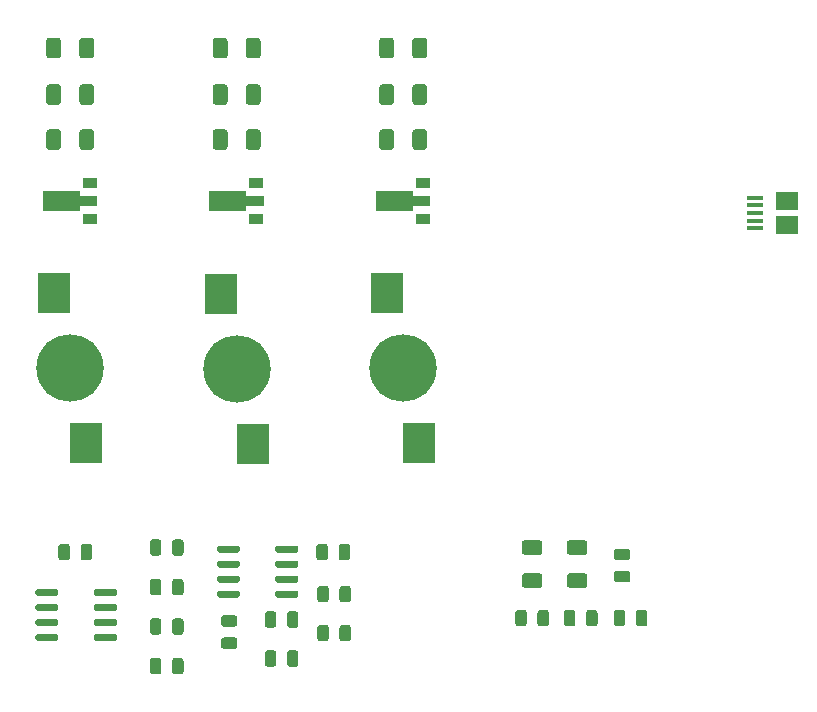
<source format=gbr>
G04 #@! TF.GenerationSoftware,KiCad,Pcbnew,(5.1.6)-1*
G04 #@! TF.CreationDate,2021-02-23T14:06:05-08:00*
G04 #@! TF.ProjectId,clap_detector,636c6170-5f64-4657-9465-63746f722e6b,rev?*
G04 #@! TF.SameCoordinates,Original*
G04 #@! TF.FileFunction,Paste,Top*
G04 #@! TF.FilePolarity,Positive*
%FSLAX46Y46*%
G04 Gerber Fmt 4.6, Leading zero omitted, Abs format (unit mm)*
G04 Created by KiCad (PCBNEW (5.1.6)-1) date 2021-02-23 14:06:05*
%MOMM*%
%LPD*%
G01*
G04 APERTURE LIST*
%ADD10C,5.700000*%
%ADD11R,2.700000X3.500000*%
%ADD12C,0.100000*%
%ADD13R,1.300000X0.900000*%
%ADD14R,1.900000X1.500000*%
%ADD15R,1.350000X0.400000*%
G04 APERTURE END LIST*
D10*
G04 #@! TO.C,D3*
X198628000Y-117221000D03*
D11*
X197278000Y-110871000D03*
X199978000Y-123571000D03*
G04 #@! TD*
D10*
G04 #@! TO.C,D2*
X184531000Y-117348000D03*
D11*
X183181000Y-110998000D03*
X185881000Y-123698000D03*
G04 #@! TD*
D10*
G04 #@! TO.C,D1*
X170434000Y-117221000D03*
D11*
X169084000Y-110871000D03*
X171784000Y-123571000D03*
G04 #@! TD*
G04 #@! TO.C,R16*
G36*
G01*
X179060500Y-142950250D02*
X179060500Y-142037750D01*
G75*
G02*
X179304250Y-141794000I243750J0D01*
G01*
X179791750Y-141794000D01*
G75*
G02*
X180035500Y-142037750I0J-243750D01*
G01*
X180035500Y-142950250D01*
G75*
G02*
X179791750Y-143194000I-243750J0D01*
G01*
X179304250Y-143194000D01*
G75*
G02*
X179060500Y-142950250I0J243750D01*
G01*
G37*
G36*
G01*
X177185500Y-142950250D02*
X177185500Y-142037750D01*
G75*
G02*
X177429250Y-141794000I243750J0D01*
G01*
X177916750Y-141794000D01*
G75*
G02*
X178160500Y-142037750I0J-243750D01*
G01*
X178160500Y-142950250D01*
G75*
G02*
X177916750Y-143194000I-243750J0D01*
G01*
X177429250Y-143194000D01*
G75*
G02*
X177185500Y-142950250I0J243750D01*
G01*
G37*
G04 #@! TD*
G04 #@! TO.C,U2*
G36*
G01*
X172442000Y-136421000D02*
X172442000Y-136121000D01*
G75*
G02*
X172592000Y-135971000I150000J0D01*
G01*
X174242000Y-135971000D01*
G75*
G02*
X174392000Y-136121000I0J-150000D01*
G01*
X174392000Y-136421000D01*
G75*
G02*
X174242000Y-136571000I-150000J0D01*
G01*
X172592000Y-136571000D01*
G75*
G02*
X172442000Y-136421000I0J150000D01*
G01*
G37*
G36*
G01*
X172442000Y-137691000D02*
X172442000Y-137391000D01*
G75*
G02*
X172592000Y-137241000I150000J0D01*
G01*
X174242000Y-137241000D01*
G75*
G02*
X174392000Y-137391000I0J-150000D01*
G01*
X174392000Y-137691000D01*
G75*
G02*
X174242000Y-137841000I-150000J0D01*
G01*
X172592000Y-137841000D01*
G75*
G02*
X172442000Y-137691000I0J150000D01*
G01*
G37*
G36*
G01*
X172442000Y-138961000D02*
X172442000Y-138661000D01*
G75*
G02*
X172592000Y-138511000I150000J0D01*
G01*
X174242000Y-138511000D01*
G75*
G02*
X174392000Y-138661000I0J-150000D01*
G01*
X174392000Y-138961000D01*
G75*
G02*
X174242000Y-139111000I-150000J0D01*
G01*
X172592000Y-139111000D01*
G75*
G02*
X172442000Y-138961000I0J150000D01*
G01*
G37*
G36*
G01*
X172442000Y-140231000D02*
X172442000Y-139931000D01*
G75*
G02*
X172592000Y-139781000I150000J0D01*
G01*
X174242000Y-139781000D01*
G75*
G02*
X174392000Y-139931000I0J-150000D01*
G01*
X174392000Y-140231000D01*
G75*
G02*
X174242000Y-140381000I-150000J0D01*
G01*
X172592000Y-140381000D01*
G75*
G02*
X172442000Y-140231000I0J150000D01*
G01*
G37*
G36*
G01*
X167492000Y-140231000D02*
X167492000Y-139931000D01*
G75*
G02*
X167642000Y-139781000I150000J0D01*
G01*
X169292000Y-139781000D01*
G75*
G02*
X169442000Y-139931000I0J-150000D01*
G01*
X169442000Y-140231000D01*
G75*
G02*
X169292000Y-140381000I-150000J0D01*
G01*
X167642000Y-140381000D01*
G75*
G02*
X167492000Y-140231000I0J150000D01*
G01*
G37*
G36*
G01*
X167492000Y-138961000D02*
X167492000Y-138661000D01*
G75*
G02*
X167642000Y-138511000I150000J0D01*
G01*
X169292000Y-138511000D01*
G75*
G02*
X169442000Y-138661000I0J-150000D01*
G01*
X169442000Y-138961000D01*
G75*
G02*
X169292000Y-139111000I-150000J0D01*
G01*
X167642000Y-139111000D01*
G75*
G02*
X167492000Y-138961000I0J150000D01*
G01*
G37*
G36*
G01*
X167492000Y-137691000D02*
X167492000Y-137391000D01*
G75*
G02*
X167642000Y-137241000I150000J0D01*
G01*
X169292000Y-137241000D01*
G75*
G02*
X169442000Y-137391000I0J-150000D01*
G01*
X169442000Y-137691000D01*
G75*
G02*
X169292000Y-137841000I-150000J0D01*
G01*
X167642000Y-137841000D01*
G75*
G02*
X167492000Y-137691000I0J150000D01*
G01*
G37*
G36*
G01*
X167492000Y-136421000D02*
X167492000Y-136121000D01*
G75*
G02*
X167642000Y-135971000I150000J0D01*
G01*
X169292000Y-135971000D01*
G75*
G02*
X169442000Y-136121000I0J-150000D01*
G01*
X169442000Y-136421000D01*
G75*
G02*
X169292000Y-136571000I-150000J0D01*
G01*
X167642000Y-136571000D01*
G75*
G02*
X167492000Y-136421000I0J150000D01*
G01*
G37*
G04 #@! TD*
G04 #@! TO.C,U1*
G36*
G01*
X187809000Y-132738000D02*
X187809000Y-132438000D01*
G75*
G02*
X187959000Y-132288000I150000J0D01*
G01*
X189609000Y-132288000D01*
G75*
G02*
X189759000Y-132438000I0J-150000D01*
G01*
X189759000Y-132738000D01*
G75*
G02*
X189609000Y-132888000I-150000J0D01*
G01*
X187959000Y-132888000D01*
G75*
G02*
X187809000Y-132738000I0J150000D01*
G01*
G37*
G36*
G01*
X187809000Y-134008000D02*
X187809000Y-133708000D01*
G75*
G02*
X187959000Y-133558000I150000J0D01*
G01*
X189609000Y-133558000D01*
G75*
G02*
X189759000Y-133708000I0J-150000D01*
G01*
X189759000Y-134008000D01*
G75*
G02*
X189609000Y-134158000I-150000J0D01*
G01*
X187959000Y-134158000D01*
G75*
G02*
X187809000Y-134008000I0J150000D01*
G01*
G37*
G36*
G01*
X187809000Y-135278000D02*
X187809000Y-134978000D01*
G75*
G02*
X187959000Y-134828000I150000J0D01*
G01*
X189609000Y-134828000D01*
G75*
G02*
X189759000Y-134978000I0J-150000D01*
G01*
X189759000Y-135278000D01*
G75*
G02*
X189609000Y-135428000I-150000J0D01*
G01*
X187959000Y-135428000D01*
G75*
G02*
X187809000Y-135278000I0J150000D01*
G01*
G37*
G36*
G01*
X187809000Y-136548000D02*
X187809000Y-136248000D01*
G75*
G02*
X187959000Y-136098000I150000J0D01*
G01*
X189609000Y-136098000D01*
G75*
G02*
X189759000Y-136248000I0J-150000D01*
G01*
X189759000Y-136548000D01*
G75*
G02*
X189609000Y-136698000I-150000J0D01*
G01*
X187959000Y-136698000D01*
G75*
G02*
X187809000Y-136548000I0J150000D01*
G01*
G37*
G36*
G01*
X182859000Y-136548000D02*
X182859000Y-136248000D01*
G75*
G02*
X183009000Y-136098000I150000J0D01*
G01*
X184659000Y-136098000D01*
G75*
G02*
X184809000Y-136248000I0J-150000D01*
G01*
X184809000Y-136548000D01*
G75*
G02*
X184659000Y-136698000I-150000J0D01*
G01*
X183009000Y-136698000D01*
G75*
G02*
X182859000Y-136548000I0J150000D01*
G01*
G37*
G36*
G01*
X182859000Y-135278000D02*
X182859000Y-134978000D01*
G75*
G02*
X183009000Y-134828000I150000J0D01*
G01*
X184659000Y-134828000D01*
G75*
G02*
X184809000Y-134978000I0J-150000D01*
G01*
X184809000Y-135278000D01*
G75*
G02*
X184659000Y-135428000I-150000J0D01*
G01*
X183009000Y-135428000D01*
G75*
G02*
X182859000Y-135278000I0J150000D01*
G01*
G37*
G36*
G01*
X182859000Y-134008000D02*
X182859000Y-133708000D01*
G75*
G02*
X183009000Y-133558000I150000J0D01*
G01*
X184659000Y-133558000D01*
G75*
G02*
X184809000Y-133708000I0J-150000D01*
G01*
X184809000Y-134008000D01*
G75*
G02*
X184659000Y-134158000I-150000J0D01*
G01*
X183009000Y-134158000D01*
G75*
G02*
X182859000Y-134008000I0J150000D01*
G01*
G37*
G36*
G01*
X182859000Y-132738000D02*
X182859000Y-132438000D01*
G75*
G02*
X183009000Y-132288000I150000J0D01*
G01*
X184659000Y-132288000D01*
G75*
G02*
X184809000Y-132438000I0J-150000D01*
G01*
X184809000Y-132738000D01*
G75*
G02*
X184659000Y-132888000I-150000J0D01*
G01*
X183009000Y-132888000D01*
G75*
G02*
X182859000Y-132738000I0J150000D01*
G01*
G37*
G04 #@! TD*
G04 #@! TO.C,R15*
G36*
G01*
X197853000Y-89545000D02*
X197853000Y-90795000D01*
G75*
G02*
X197603000Y-91045000I-250000J0D01*
G01*
X196853000Y-91045000D01*
G75*
G02*
X196603000Y-90795000I0J250000D01*
G01*
X196603000Y-89545000D01*
G75*
G02*
X196853000Y-89295000I250000J0D01*
G01*
X197603000Y-89295000D01*
G75*
G02*
X197853000Y-89545000I0J-250000D01*
G01*
G37*
G36*
G01*
X200653000Y-89545000D02*
X200653000Y-90795000D01*
G75*
G02*
X200403000Y-91045000I-250000J0D01*
G01*
X199653000Y-91045000D01*
G75*
G02*
X199403000Y-90795000I0J250000D01*
G01*
X199403000Y-89545000D01*
G75*
G02*
X199653000Y-89295000I250000J0D01*
G01*
X200403000Y-89295000D01*
G75*
G02*
X200653000Y-89545000I0J-250000D01*
G01*
G37*
G04 #@! TD*
G04 #@! TO.C,R14*
G36*
G01*
X197853000Y-93482000D02*
X197853000Y-94732000D01*
G75*
G02*
X197603000Y-94982000I-250000J0D01*
G01*
X196853000Y-94982000D01*
G75*
G02*
X196603000Y-94732000I0J250000D01*
G01*
X196603000Y-93482000D01*
G75*
G02*
X196853000Y-93232000I250000J0D01*
G01*
X197603000Y-93232000D01*
G75*
G02*
X197853000Y-93482000I0J-250000D01*
G01*
G37*
G36*
G01*
X200653000Y-93482000D02*
X200653000Y-94732000D01*
G75*
G02*
X200403000Y-94982000I-250000J0D01*
G01*
X199653000Y-94982000D01*
G75*
G02*
X199403000Y-94732000I0J250000D01*
G01*
X199403000Y-93482000D01*
G75*
G02*
X199653000Y-93232000I250000J0D01*
G01*
X200403000Y-93232000D01*
G75*
G02*
X200653000Y-93482000I0J-250000D01*
G01*
G37*
G04 #@! TD*
G04 #@! TO.C,R13*
G36*
G01*
X197853000Y-97292000D02*
X197853000Y-98542000D01*
G75*
G02*
X197603000Y-98792000I-250000J0D01*
G01*
X196853000Y-98792000D01*
G75*
G02*
X196603000Y-98542000I0J250000D01*
G01*
X196603000Y-97292000D01*
G75*
G02*
X196853000Y-97042000I250000J0D01*
G01*
X197603000Y-97042000D01*
G75*
G02*
X197853000Y-97292000I0J-250000D01*
G01*
G37*
G36*
G01*
X200653000Y-97292000D02*
X200653000Y-98542000D01*
G75*
G02*
X200403000Y-98792000I-250000J0D01*
G01*
X199653000Y-98792000D01*
G75*
G02*
X199403000Y-98542000I0J250000D01*
G01*
X199403000Y-97292000D01*
G75*
G02*
X199653000Y-97042000I250000J0D01*
G01*
X200403000Y-97042000D01*
G75*
G02*
X200653000Y-97292000I0J-250000D01*
G01*
G37*
G04 #@! TD*
G04 #@! TO.C,R12*
G36*
G01*
X183756000Y-89545000D02*
X183756000Y-90795000D01*
G75*
G02*
X183506000Y-91045000I-250000J0D01*
G01*
X182756000Y-91045000D01*
G75*
G02*
X182506000Y-90795000I0J250000D01*
G01*
X182506000Y-89545000D01*
G75*
G02*
X182756000Y-89295000I250000J0D01*
G01*
X183506000Y-89295000D01*
G75*
G02*
X183756000Y-89545000I0J-250000D01*
G01*
G37*
G36*
G01*
X186556000Y-89545000D02*
X186556000Y-90795000D01*
G75*
G02*
X186306000Y-91045000I-250000J0D01*
G01*
X185556000Y-91045000D01*
G75*
G02*
X185306000Y-90795000I0J250000D01*
G01*
X185306000Y-89545000D01*
G75*
G02*
X185556000Y-89295000I250000J0D01*
G01*
X186306000Y-89295000D01*
G75*
G02*
X186556000Y-89545000I0J-250000D01*
G01*
G37*
G04 #@! TD*
G04 #@! TO.C,R11*
G36*
G01*
X183756000Y-93482000D02*
X183756000Y-94732000D01*
G75*
G02*
X183506000Y-94982000I-250000J0D01*
G01*
X182756000Y-94982000D01*
G75*
G02*
X182506000Y-94732000I0J250000D01*
G01*
X182506000Y-93482000D01*
G75*
G02*
X182756000Y-93232000I250000J0D01*
G01*
X183506000Y-93232000D01*
G75*
G02*
X183756000Y-93482000I0J-250000D01*
G01*
G37*
G36*
G01*
X186556000Y-93482000D02*
X186556000Y-94732000D01*
G75*
G02*
X186306000Y-94982000I-250000J0D01*
G01*
X185556000Y-94982000D01*
G75*
G02*
X185306000Y-94732000I0J250000D01*
G01*
X185306000Y-93482000D01*
G75*
G02*
X185556000Y-93232000I250000J0D01*
G01*
X186306000Y-93232000D01*
G75*
G02*
X186556000Y-93482000I0J-250000D01*
G01*
G37*
G04 #@! TD*
G04 #@! TO.C,R10*
G36*
G01*
X183756000Y-97292000D02*
X183756000Y-98542000D01*
G75*
G02*
X183506000Y-98792000I-250000J0D01*
G01*
X182756000Y-98792000D01*
G75*
G02*
X182506000Y-98542000I0J250000D01*
G01*
X182506000Y-97292000D01*
G75*
G02*
X182756000Y-97042000I250000J0D01*
G01*
X183506000Y-97042000D01*
G75*
G02*
X183756000Y-97292000I0J-250000D01*
G01*
G37*
G36*
G01*
X186556000Y-97292000D02*
X186556000Y-98542000D01*
G75*
G02*
X186306000Y-98792000I-250000J0D01*
G01*
X185556000Y-98792000D01*
G75*
G02*
X185306000Y-98542000I0J250000D01*
G01*
X185306000Y-97292000D01*
G75*
G02*
X185556000Y-97042000I250000J0D01*
G01*
X186306000Y-97042000D01*
G75*
G02*
X186556000Y-97292000I0J-250000D01*
G01*
G37*
G04 #@! TD*
G04 #@! TO.C,R9*
G36*
G01*
X169659000Y-89545000D02*
X169659000Y-90795000D01*
G75*
G02*
X169409000Y-91045000I-250000J0D01*
G01*
X168659000Y-91045000D01*
G75*
G02*
X168409000Y-90795000I0J250000D01*
G01*
X168409000Y-89545000D01*
G75*
G02*
X168659000Y-89295000I250000J0D01*
G01*
X169409000Y-89295000D01*
G75*
G02*
X169659000Y-89545000I0J-250000D01*
G01*
G37*
G36*
G01*
X172459000Y-89545000D02*
X172459000Y-90795000D01*
G75*
G02*
X172209000Y-91045000I-250000J0D01*
G01*
X171459000Y-91045000D01*
G75*
G02*
X171209000Y-90795000I0J250000D01*
G01*
X171209000Y-89545000D01*
G75*
G02*
X171459000Y-89295000I250000J0D01*
G01*
X172209000Y-89295000D01*
G75*
G02*
X172459000Y-89545000I0J-250000D01*
G01*
G37*
G04 #@! TD*
G04 #@! TO.C,R8*
G36*
G01*
X169659000Y-93482000D02*
X169659000Y-94732000D01*
G75*
G02*
X169409000Y-94982000I-250000J0D01*
G01*
X168659000Y-94982000D01*
G75*
G02*
X168409000Y-94732000I0J250000D01*
G01*
X168409000Y-93482000D01*
G75*
G02*
X168659000Y-93232000I250000J0D01*
G01*
X169409000Y-93232000D01*
G75*
G02*
X169659000Y-93482000I0J-250000D01*
G01*
G37*
G36*
G01*
X172459000Y-93482000D02*
X172459000Y-94732000D01*
G75*
G02*
X172209000Y-94982000I-250000J0D01*
G01*
X171459000Y-94982000D01*
G75*
G02*
X171209000Y-94732000I0J250000D01*
G01*
X171209000Y-93482000D01*
G75*
G02*
X171459000Y-93232000I250000J0D01*
G01*
X172209000Y-93232000D01*
G75*
G02*
X172459000Y-93482000I0J-250000D01*
G01*
G37*
G04 #@! TD*
G04 #@! TO.C,R7*
G36*
G01*
X169659000Y-97292000D02*
X169659000Y-98542000D01*
G75*
G02*
X169409000Y-98792000I-250000J0D01*
G01*
X168659000Y-98792000D01*
G75*
G02*
X168409000Y-98542000I0J250000D01*
G01*
X168409000Y-97292000D01*
G75*
G02*
X168659000Y-97042000I250000J0D01*
G01*
X169409000Y-97042000D01*
G75*
G02*
X169659000Y-97292000I0J-250000D01*
G01*
G37*
G36*
G01*
X172459000Y-97292000D02*
X172459000Y-98542000D01*
G75*
G02*
X172209000Y-98792000I-250000J0D01*
G01*
X171459000Y-98792000D01*
G75*
G02*
X171209000Y-98542000I0J250000D01*
G01*
X171209000Y-97292000D01*
G75*
G02*
X171459000Y-97042000I250000J0D01*
G01*
X172209000Y-97042000D01*
G75*
G02*
X172459000Y-97292000I0J-250000D01*
G01*
G37*
G04 #@! TD*
G04 #@! TO.C,R6*
G36*
G01*
X192257500Y-132385750D02*
X192257500Y-133298250D01*
G75*
G02*
X192013750Y-133542000I-243750J0D01*
G01*
X191526250Y-133542000D01*
G75*
G02*
X191282500Y-133298250I0J243750D01*
G01*
X191282500Y-132385750D01*
G75*
G02*
X191526250Y-132142000I243750J0D01*
G01*
X192013750Y-132142000D01*
G75*
G02*
X192257500Y-132385750I0J-243750D01*
G01*
G37*
G36*
G01*
X194132500Y-132385750D02*
X194132500Y-133298250D01*
G75*
G02*
X193888750Y-133542000I-243750J0D01*
G01*
X193401250Y-133542000D01*
G75*
G02*
X193157500Y-133298250I0J243750D01*
G01*
X193157500Y-132385750D01*
G75*
G02*
X193401250Y-132142000I243750J0D01*
G01*
X193888750Y-132142000D01*
G75*
G02*
X194132500Y-132385750I0J-243750D01*
G01*
G37*
G04 #@! TD*
G04 #@! TO.C,R5*
G36*
G01*
X178160500Y-138693416D02*
X178160500Y-139605916D01*
G75*
G02*
X177916750Y-139849666I-243750J0D01*
G01*
X177429250Y-139849666D01*
G75*
G02*
X177185500Y-139605916I0J243750D01*
G01*
X177185500Y-138693416D01*
G75*
G02*
X177429250Y-138449666I243750J0D01*
G01*
X177916750Y-138449666D01*
G75*
G02*
X178160500Y-138693416I0J-243750D01*
G01*
G37*
G36*
G01*
X180035500Y-138693416D02*
X180035500Y-139605916D01*
G75*
G02*
X179791750Y-139849666I-243750J0D01*
G01*
X179304250Y-139849666D01*
G75*
G02*
X179060500Y-139605916I0J243750D01*
G01*
X179060500Y-138693416D01*
G75*
G02*
X179304250Y-138449666I243750J0D01*
G01*
X179791750Y-138449666D01*
G75*
G02*
X180035500Y-138693416I0J-243750D01*
G01*
G37*
G04 #@! TD*
G04 #@! TO.C,R4*
G36*
G01*
X178160500Y-135349083D02*
X178160500Y-136261583D01*
G75*
G02*
X177916750Y-136505333I-243750J0D01*
G01*
X177429250Y-136505333D01*
G75*
G02*
X177185500Y-136261583I0J243750D01*
G01*
X177185500Y-135349083D01*
G75*
G02*
X177429250Y-135105333I243750J0D01*
G01*
X177916750Y-135105333D01*
G75*
G02*
X178160500Y-135349083I0J-243750D01*
G01*
G37*
G36*
G01*
X180035500Y-135349083D02*
X180035500Y-136261583D01*
G75*
G02*
X179791750Y-136505333I-243750J0D01*
G01*
X179304250Y-136505333D01*
G75*
G02*
X179060500Y-136261583I0J243750D01*
G01*
X179060500Y-135349083D01*
G75*
G02*
X179304250Y-135105333I243750J0D01*
G01*
X179791750Y-135105333D01*
G75*
G02*
X180035500Y-135349083I0J-243750D01*
G01*
G37*
G04 #@! TD*
G04 #@! TO.C,R3*
G36*
G01*
X187891000Y-141402750D02*
X187891000Y-142315250D01*
G75*
G02*
X187647250Y-142559000I-243750J0D01*
G01*
X187159750Y-142559000D01*
G75*
G02*
X186916000Y-142315250I0J243750D01*
G01*
X186916000Y-141402750D01*
G75*
G02*
X187159750Y-141159000I243750J0D01*
G01*
X187647250Y-141159000D01*
G75*
G02*
X187891000Y-141402750I0J-243750D01*
G01*
G37*
G36*
G01*
X189766000Y-141402750D02*
X189766000Y-142315250D01*
G75*
G02*
X189522250Y-142559000I-243750J0D01*
G01*
X189034750Y-142559000D01*
G75*
G02*
X188791000Y-142315250I0J243750D01*
G01*
X188791000Y-141402750D01*
G75*
G02*
X189034750Y-141159000I243750J0D01*
G01*
X189522250Y-141159000D01*
G75*
G02*
X189766000Y-141402750I0J-243750D01*
G01*
G37*
G04 #@! TD*
G04 #@! TO.C,R2*
G36*
G01*
X188791000Y-139013250D02*
X188791000Y-138100750D01*
G75*
G02*
X189034750Y-137857000I243750J0D01*
G01*
X189522250Y-137857000D01*
G75*
G02*
X189766000Y-138100750I0J-243750D01*
G01*
X189766000Y-139013250D01*
G75*
G02*
X189522250Y-139257000I-243750J0D01*
G01*
X189034750Y-139257000D01*
G75*
G02*
X188791000Y-139013250I0J243750D01*
G01*
G37*
G36*
G01*
X186916000Y-139013250D02*
X186916000Y-138100750D01*
G75*
G02*
X187159750Y-137857000I243750J0D01*
G01*
X187647250Y-137857000D01*
G75*
G02*
X187891000Y-138100750I0J-243750D01*
G01*
X187891000Y-139013250D01*
G75*
G02*
X187647250Y-139257000I-243750J0D01*
G01*
X187159750Y-139257000D01*
G75*
G02*
X186916000Y-139013250I0J243750D01*
G01*
G37*
G04 #@! TD*
G04 #@! TO.C,R1*
G36*
G01*
X209100000Y-137973750D02*
X209100000Y-138886250D01*
G75*
G02*
X208856250Y-139130000I-243750J0D01*
G01*
X208368750Y-139130000D01*
G75*
G02*
X208125000Y-138886250I0J243750D01*
G01*
X208125000Y-137973750D01*
G75*
G02*
X208368750Y-137730000I243750J0D01*
G01*
X208856250Y-137730000D01*
G75*
G02*
X209100000Y-137973750I0J-243750D01*
G01*
G37*
G36*
G01*
X210975000Y-137973750D02*
X210975000Y-138886250D01*
G75*
G02*
X210731250Y-139130000I-243750J0D01*
G01*
X210243750Y-139130000D01*
G75*
G02*
X210000000Y-138886250I0J243750D01*
G01*
X210000000Y-137973750D01*
G75*
G02*
X210243750Y-137730000I243750J0D01*
G01*
X210731250Y-137730000D01*
G75*
G02*
X210975000Y-137973750I0J-243750D01*
G01*
G37*
G04 #@! TD*
D12*
G04 #@! TO.C,Q3*
G36*
X196328000Y-102257500D02*
G01*
X199453000Y-102257500D01*
X199453000Y-102674000D01*
X200928000Y-102674000D01*
X200928000Y-103574000D01*
X199453000Y-103574000D01*
X199453000Y-103990500D01*
X196328000Y-103990500D01*
X196328000Y-102257500D01*
G37*
D13*
X200278000Y-101624000D03*
X200278000Y-104624000D03*
G04 #@! TD*
D12*
G04 #@! TO.C,Q2*
G36*
X182231000Y-102257500D02*
G01*
X185356000Y-102257500D01*
X185356000Y-102674000D01*
X186831000Y-102674000D01*
X186831000Y-103574000D01*
X185356000Y-103574000D01*
X185356000Y-103990500D01*
X182231000Y-103990500D01*
X182231000Y-102257500D01*
G37*
D13*
X186181000Y-101624000D03*
X186181000Y-104624000D03*
G04 #@! TD*
G04 #@! TO.C,Q1*
X172084000Y-104624000D03*
X172084000Y-101624000D03*
D12*
G36*
X168134000Y-102257500D02*
G01*
X171259000Y-102257500D01*
X171259000Y-102674000D01*
X172734000Y-102674000D01*
X172734000Y-103574000D01*
X171259000Y-103574000D01*
X171259000Y-103990500D01*
X168134000Y-103990500D01*
X168134000Y-102257500D01*
G37*
G04 #@! TD*
G04 #@! TO.C,L2*
G36*
G01*
X213212500Y-137973750D02*
X213212500Y-138886250D01*
G75*
G02*
X212968750Y-139130000I-243750J0D01*
G01*
X212481250Y-139130000D01*
G75*
G02*
X212237500Y-138886250I0J243750D01*
G01*
X212237500Y-137973750D01*
G75*
G02*
X212481250Y-137730000I243750J0D01*
G01*
X212968750Y-137730000D01*
G75*
G02*
X213212500Y-137973750I0J-243750D01*
G01*
G37*
G36*
G01*
X215087500Y-137973750D02*
X215087500Y-138886250D01*
G75*
G02*
X214843750Y-139130000I-243750J0D01*
G01*
X214356250Y-139130000D01*
G75*
G02*
X214112500Y-138886250I0J243750D01*
G01*
X214112500Y-137973750D01*
G75*
G02*
X214356250Y-137730000I243750J0D01*
G01*
X214843750Y-137730000D01*
G75*
G02*
X215087500Y-137973750I0J-243750D01*
G01*
G37*
G04 #@! TD*
G04 #@! TO.C,L1*
G36*
G01*
X217433500Y-137973750D02*
X217433500Y-138886250D01*
G75*
G02*
X217189750Y-139130000I-243750J0D01*
G01*
X216702250Y-139130000D01*
G75*
G02*
X216458500Y-138886250I0J243750D01*
G01*
X216458500Y-137973750D01*
G75*
G02*
X216702250Y-137730000I243750J0D01*
G01*
X217189750Y-137730000D01*
G75*
G02*
X217433500Y-137973750I0J-243750D01*
G01*
G37*
G36*
G01*
X219308500Y-137973750D02*
X219308500Y-138886250D01*
G75*
G02*
X219064750Y-139130000I-243750J0D01*
G01*
X218577250Y-139130000D01*
G75*
G02*
X218333500Y-138886250I0J243750D01*
G01*
X218333500Y-137973750D01*
G75*
G02*
X218577250Y-137730000I243750J0D01*
G01*
X219064750Y-137730000D01*
G75*
G02*
X219308500Y-137973750I0J-243750D01*
G01*
G37*
G04 #@! TD*
D14*
G04 #@! TO.C,J1*
X231107500Y-105140000D03*
D15*
X228407500Y-104140000D03*
X228407500Y-103490000D03*
X228407500Y-102840000D03*
X228407500Y-105440000D03*
X228407500Y-104790000D03*
D14*
X231107500Y-103140000D03*
G04 #@! TD*
G04 #@! TO.C,C9*
G36*
G01*
X192336000Y-135941750D02*
X192336000Y-136854250D01*
G75*
G02*
X192092250Y-137098000I-243750J0D01*
G01*
X191604750Y-137098000D01*
G75*
G02*
X191361000Y-136854250I0J243750D01*
G01*
X191361000Y-135941750D01*
G75*
G02*
X191604750Y-135698000I243750J0D01*
G01*
X192092250Y-135698000D01*
G75*
G02*
X192336000Y-135941750I0J-243750D01*
G01*
G37*
G36*
G01*
X194211000Y-135941750D02*
X194211000Y-136854250D01*
G75*
G02*
X193967250Y-137098000I-243750J0D01*
G01*
X193479750Y-137098000D01*
G75*
G02*
X193236000Y-136854250I0J243750D01*
G01*
X193236000Y-135941750D01*
G75*
G02*
X193479750Y-135698000I243750J0D01*
G01*
X193967250Y-135698000D01*
G75*
G02*
X194211000Y-135941750I0J-243750D01*
G01*
G37*
G04 #@! TD*
G04 #@! TO.C,C8*
G36*
G01*
X170413500Y-132385750D02*
X170413500Y-133298250D01*
G75*
G02*
X170169750Y-133542000I-243750J0D01*
G01*
X169682250Y-133542000D01*
G75*
G02*
X169438500Y-133298250I0J243750D01*
G01*
X169438500Y-132385750D01*
G75*
G02*
X169682250Y-132142000I243750J0D01*
G01*
X170169750Y-132142000D01*
G75*
G02*
X170413500Y-132385750I0J-243750D01*
G01*
G37*
G36*
G01*
X172288500Y-132385750D02*
X172288500Y-133298250D01*
G75*
G02*
X172044750Y-133542000I-243750J0D01*
G01*
X171557250Y-133542000D01*
G75*
G02*
X171313500Y-133298250I0J243750D01*
G01*
X171313500Y-132385750D01*
G75*
G02*
X171557250Y-132142000I243750J0D01*
G01*
X172044750Y-132142000D01*
G75*
G02*
X172288500Y-132385750I0J-243750D01*
G01*
G37*
G04 #@! TD*
G04 #@! TO.C,C7*
G36*
G01*
X183439750Y-140071500D02*
X184352250Y-140071500D01*
G75*
G02*
X184596000Y-140315250I0J-243750D01*
G01*
X184596000Y-140802750D01*
G75*
G02*
X184352250Y-141046500I-243750J0D01*
G01*
X183439750Y-141046500D01*
G75*
G02*
X183196000Y-140802750I0J243750D01*
G01*
X183196000Y-140315250D01*
G75*
G02*
X183439750Y-140071500I243750J0D01*
G01*
G37*
G36*
G01*
X183439750Y-138196500D02*
X184352250Y-138196500D01*
G75*
G02*
X184596000Y-138440250I0J-243750D01*
G01*
X184596000Y-138927750D01*
G75*
G02*
X184352250Y-139171500I-243750J0D01*
G01*
X183439750Y-139171500D01*
G75*
G02*
X183196000Y-138927750I0J243750D01*
G01*
X183196000Y-138440250D01*
G75*
G02*
X183439750Y-138196500I243750J0D01*
G01*
G37*
G04 #@! TD*
G04 #@! TO.C,C6*
G36*
G01*
X179060500Y-132917250D02*
X179060500Y-132004750D01*
G75*
G02*
X179304250Y-131761000I243750J0D01*
G01*
X179791750Y-131761000D01*
G75*
G02*
X180035500Y-132004750I0J-243750D01*
G01*
X180035500Y-132917250D01*
G75*
G02*
X179791750Y-133161000I-243750J0D01*
G01*
X179304250Y-133161000D01*
G75*
G02*
X179060500Y-132917250I0J243750D01*
G01*
G37*
G36*
G01*
X177185500Y-132917250D02*
X177185500Y-132004750D01*
G75*
G02*
X177429250Y-131761000I243750J0D01*
G01*
X177916750Y-131761000D01*
G75*
G02*
X178160500Y-132004750I0J-243750D01*
G01*
X178160500Y-132917250D01*
G75*
G02*
X177916750Y-133161000I-243750J0D01*
G01*
X177429250Y-133161000D01*
G75*
G02*
X177185500Y-132917250I0J243750D01*
G01*
G37*
G04 #@! TD*
G04 #@! TO.C,C5*
G36*
G01*
X212735000Y-134630000D02*
X213985000Y-134630000D01*
G75*
G02*
X214235000Y-134880000I0J-250000D01*
G01*
X214235000Y-135630000D01*
G75*
G02*
X213985000Y-135880000I-250000J0D01*
G01*
X212735000Y-135880000D01*
G75*
G02*
X212485000Y-135630000I0J250000D01*
G01*
X212485000Y-134880000D01*
G75*
G02*
X212735000Y-134630000I250000J0D01*
G01*
G37*
G36*
G01*
X212735000Y-131830000D02*
X213985000Y-131830000D01*
G75*
G02*
X214235000Y-132080000I0J-250000D01*
G01*
X214235000Y-132830000D01*
G75*
G02*
X213985000Y-133080000I-250000J0D01*
G01*
X212735000Y-133080000D01*
G75*
G02*
X212485000Y-132830000I0J250000D01*
G01*
X212485000Y-132080000D01*
G75*
G02*
X212735000Y-131830000I250000J0D01*
G01*
G37*
G04 #@! TD*
G04 #@! TO.C,C4*
G36*
G01*
X208925000Y-134630000D02*
X210175000Y-134630000D01*
G75*
G02*
X210425000Y-134880000I0J-250000D01*
G01*
X210425000Y-135630000D01*
G75*
G02*
X210175000Y-135880000I-250000J0D01*
G01*
X208925000Y-135880000D01*
G75*
G02*
X208675000Y-135630000I0J250000D01*
G01*
X208675000Y-134880000D01*
G75*
G02*
X208925000Y-134630000I250000J0D01*
G01*
G37*
G36*
G01*
X208925000Y-131830000D02*
X210175000Y-131830000D01*
G75*
G02*
X210425000Y-132080000I0J-250000D01*
G01*
X210425000Y-132830000D01*
G75*
G02*
X210175000Y-133080000I-250000J0D01*
G01*
X208925000Y-133080000D01*
G75*
G02*
X208675000Y-132830000I0J250000D01*
G01*
X208675000Y-132080000D01*
G75*
G02*
X208925000Y-131830000I250000J0D01*
G01*
G37*
G04 #@! TD*
G04 #@! TO.C,C3*
G36*
G01*
X216713750Y-134435000D02*
X217626250Y-134435000D01*
G75*
G02*
X217870000Y-134678750I0J-243750D01*
G01*
X217870000Y-135166250D01*
G75*
G02*
X217626250Y-135410000I-243750J0D01*
G01*
X216713750Y-135410000D01*
G75*
G02*
X216470000Y-135166250I0J243750D01*
G01*
X216470000Y-134678750D01*
G75*
G02*
X216713750Y-134435000I243750J0D01*
G01*
G37*
G36*
G01*
X216713750Y-132560000D02*
X217626250Y-132560000D01*
G75*
G02*
X217870000Y-132803750I0J-243750D01*
G01*
X217870000Y-133291250D01*
G75*
G02*
X217626250Y-133535000I-243750J0D01*
G01*
X216713750Y-133535000D01*
G75*
G02*
X216470000Y-133291250I0J243750D01*
G01*
X216470000Y-132803750D01*
G75*
G02*
X216713750Y-132560000I243750J0D01*
G01*
G37*
G04 #@! TD*
G04 #@! TO.C,C1*
G36*
G01*
X193236000Y-140156250D02*
X193236000Y-139243750D01*
G75*
G02*
X193479750Y-139000000I243750J0D01*
G01*
X193967250Y-139000000D01*
G75*
G02*
X194211000Y-139243750I0J-243750D01*
G01*
X194211000Y-140156250D01*
G75*
G02*
X193967250Y-140400000I-243750J0D01*
G01*
X193479750Y-140400000D01*
G75*
G02*
X193236000Y-140156250I0J243750D01*
G01*
G37*
G36*
G01*
X191361000Y-140156250D02*
X191361000Y-139243750D01*
G75*
G02*
X191604750Y-139000000I243750J0D01*
G01*
X192092250Y-139000000D01*
G75*
G02*
X192336000Y-139243750I0J-243750D01*
G01*
X192336000Y-140156250D01*
G75*
G02*
X192092250Y-140400000I-243750J0D01*
G01*
X191604750Y-140400000D01*
G75*
G02*
X191361000Y-140156250I0J243750D01*
G01*
G37*
G04 #@! TD*
M02*

</source>
